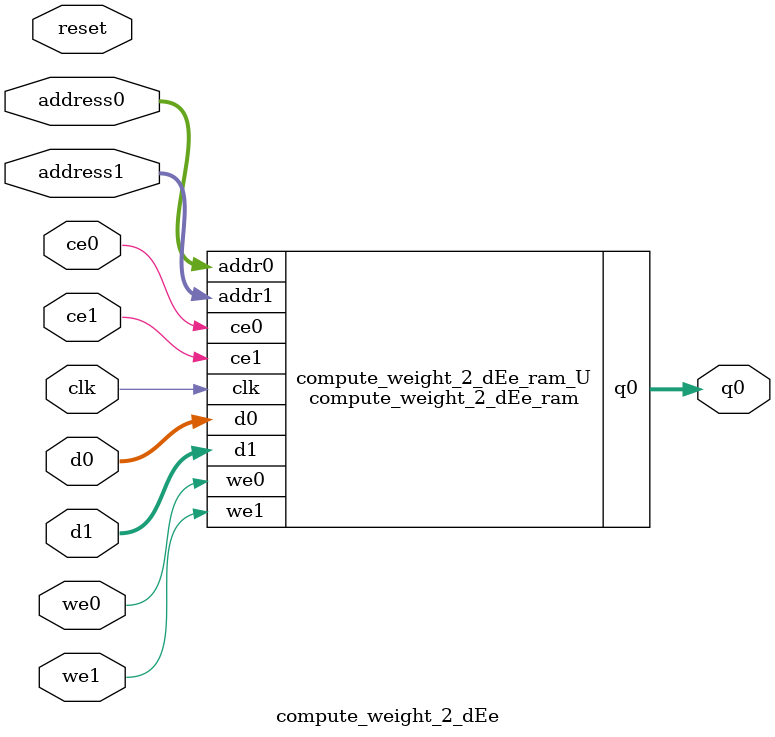
<source format=v>

`timescale 1 ns / 1 ps
module compute_weight_2_dEe_ram (addr0, ce0, d0, we0, q0, addr1, ce1, d1, we1,  clk);

parameter DWIDTH = 32;
parameter AWIDTH = 12;
parameter MEM_SIZE = 4096;

input[AWIDTH-1:0] addr0;
input ce0;
input[DWIDTH-1:0] d0;
input we0;
output reg[DWIDTH-1:0] q0;
input[AWIDTH-1:0] addr1;
input ce1;
input[DWIDTH-1:0] d1;
input we1;
input clk;

(* ram_style = "block" *)reg [DWIDTH-1:0] ram[0:MEM_SIZE-1];




always @(posedge clk)  
begin 
    if (ce0) 
    begin
        if (we0) 
        begin 
            ram[addr0] <= d0; 
            q0 <= d0;
        end 
        else 
            q0 <= ram[addr0];
    end
end


always @(posedge clk)  
begin 
    if (ce1) 
    begin
        if (we1) 
        begin 
            ram[addr1] <= d1; 
        end 
    end
end


endmodule


`timescale 1 ns / 1 ps
module compute_weight_2_dEe(
    reset,
    clk,
    address0,
    ce0,
    we0,
    d0,
    q0,
    address1,
    ce1,
    we1,
    d1);

parameter DataWidth = 32'd32;
parameter AddressRange = 32'd4096;
parameter AddressWidth = 32'd12;
input reset;
input clk;
input[AddressWidth - 1:0] address0;
input ce0;
input we0;
input[DataWidth - 1:0] d0;
output[DataWidth - 1:0] q0;
input[AddressWidth - 1:0] address1;
input ce1;
input we1;
input[DataWidth - 1:0] d1;



compute_weight_2_dEe_ram compute_weight_2_dEe_ram_U(
    .clk( clk ),
    .addr0( address0 ),
    .ce0( ce0 ),
    .we0( we0 ),
    .d0( d0 ),
    .q0( q0 ),
    .addr1( address1 ),
    .ce1( ce1 ),
    .we1( we1 ),
    .d1( d1 ));

endmodule


</source>
